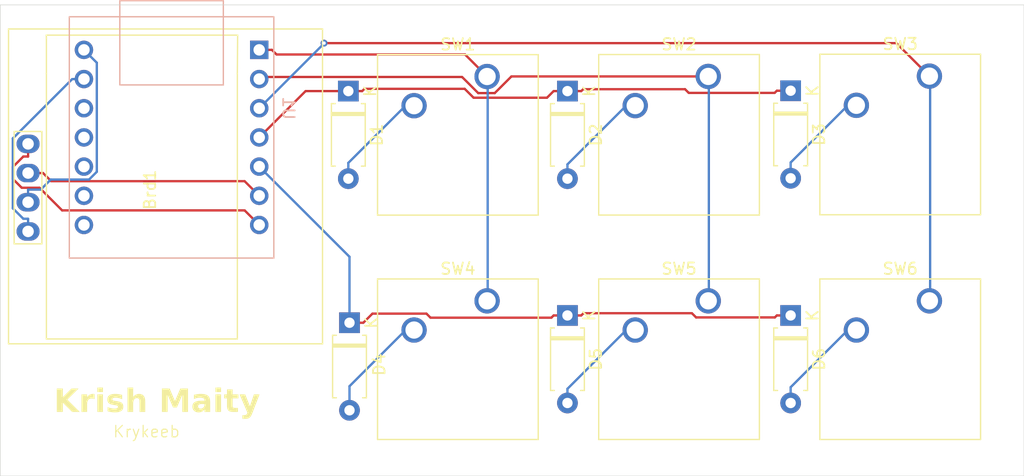
<source format=kicad_pcb>
(kicad_pcb (version 20240108) (generator "pcbnew") (generator_version "8.0")
  (layers (0 "F.Cu" signal) (31 "B.Cu" signal) (34 "B.Paste" user) (35 "F.Paste" user) (36 "B.SilkS" user "B.Silkscreen") (37 "F.SilkS" user "F.Silkscreen") (38 "B.Mask" user) (39 "F.Mask" user) (44 "Edge.Cuts" user))
  (net 0 "")
  (net 1 "SCL")
  (net 2 "GND")
  (net 3 "VCC")
  (net 4 "SDA")
  (net 5 "Net-(D1-A)")
  (net 6 "ROW1")
  (net 7 "Net-(D2-A)")
  (net 8 "Net-(D3-A)")
  (net 9 "ROW2")
  (net 10 "Net-(D4-A)")
  (net 11 "Net-(D5-A)")
  (net 12 "COL1")
  (net 13 "COL2")
  (net 14 "COL3")
  (net 20 "Net-(D6-A)")
  (footprint "Diode_THT:D_A-405_P7.62mm_Horizontal" (layer "F.Cu") (at 104.8766 101.981 -90)
    (property "Reference" "D4" (at 3.6386 -2.5901 90) (layer "F.SilkS"))
    (property "Value" "1N4148W")
    (fp_line (start 1.09 1.47) (end 6.53 1.47) (stroke (width 0.12)) (layer "F.SilkS"))
    (fp_line (start 6.53 1.47) (end 6.53 1.14) (stroke (width 0.12)) (layer "F.SilkS"))
    (fp_line (start 1.09 1.14) (end 1.09 1.47) (stroke (width 0.12)) (layer "F.SilkS"))
    (fp_line (start 1.09 -1.14) (end 1.09 -1.47) (stroke (width 0.12)) (layer "F.SilkS"))
    (fp_line (start 1.09 -1.47) (end 6.53 -1.47) (stroke (width 0.12)) (layer "F.SilkS"))
    (fp_line (start 1.87 -1.47) (end 1.87 1.47) (stroke (width 0.12)) (layer "F.SilkS"))
    (fp_line (start 1.99 -1.47) (end 1.99 1.47) (stroke (width 0.12)) (layer "F.SilkS"))
    (fp_line (start 2.11 -1.47) (end 2.11 1.47) (stroke (width 0.12)) (layer "F.SilkS"))
    (fp_line (start 6.53 -1.47) (end 6.53 -1.14) (stroke (width 0.12)) (layer "F.SilkS"))
    (fp_text user "K" (at 0 -1.9 90) (layer "F.SilkS"))
    (pad "1" thru_hole rect (at 0 0 270) (size 1.8 1.8) (drill 0.9) (layers "*.Cu" "*.Mask") (net 9 "ROW2"))
    (pad "2" thru_hole oval (at 7.62 0 270) (size 1.8 1.8) (drill 0.9) (layers "*.Cu" "*.Mask") (net 10 "Net-(D4-A)"))
  )
  (footprint "Diode_THT:D_A-405_P7.62mm_Horizontal" (layer "F.Cu") (at 123.825 81.8208 -90)
    (property "Reference" "D2" (at 3.81 -2.47 90) (layer "F.SilkS"))
    (property "Value" "1N4148W")
    (fp_line (start 1.09 1.47) (end 6.53 1.47) (stroke (width 0.12)) (layer "F.SilkS"))
    (fp_line (start 6.53 1.47) (end 6.53 1.14) (stroke (width 0.12)) (layer "F.SilkS"))
    (fp_line (start 1.09 1.14) (end 1.09 1.47) (stroke (width 0.12)) (layer "F.SilkS"))
    (fp_line (start 1.09 -1.14) (end 1.09 -1.47) (stroke (width 0.12)) (layer "F.SilkS"))
    (fp_line (start 1.09 -1.47) (end 6.53 -1.47) (stroke (width 0.12)) (layer "F.SilkS"))
    (fp_line (start 1.87 -1.47) (end 1.87 1.47) (stroke (width 0.12)) (layer "F.SilkS"))
    (fp_line (start 1.99 -1.47) (end 1.99 1.47) (stroke (width 0.12)) (layer "F.SilkS"))
    (fp_line (start 2.11 -1.47) (end 2.11 1.47) (stroke (width 0.12)) (layer "F.SilkS"))
    (fp_line (start 6.53 -1.47) (end 6.53 -1.14) (stroke (width 0.12)) (layer "F.SilkS"))
    (fp_text user "K" (at 0 -1.9 90) (layer "F.SilkS"))
    (pad "1" thru_hole rect (at 0 0 270) (size 1.8 1.8) (drill 0.9) (layers "*.Cu" "*.Mask") (net 6 "ROW1"))
    (pad "2" thru_hole oval (at 7.62 0 270) (size 1.8 1.8) (drill 0.9) (layers "*.Cu" "*.Mask") (net 7 "Net-(D2-A)"))
  )
  (footprint "Diode_THT:D_A-405_P7.62mm_Horizontal" (layer "F.Cu") (at 143.2306 101.346 -90)
    (property "Reference" "D6" (at 3.81 -2.47 90) (layer "F.SilkS"))
    (property "Value" "1N4148W")
    (fp_line (start 1.09 1.47) (end 6.53 1.47) (stroke (width 0.12)) (layer "F.SilkS"))
    (fp_line (start 6.53 1.47) (end 6.53 1.14) (stroke (width 0.12)) (layer "F.SilkS"))
    (fp_line (start 1.09 1.14) (end 1.09 1.47) (stroke (width 0.12)) (layer "F.SilkS"))
    (fp_line (start 1.09 -1.14) (end 1.09 -1.47) (stroke (width 0.12)) (layer "F.SilkS"))
    (fp_line (start 1.09 -1.47) (end 6.53 -1.47) (stroke (width 0.12)) (layer "F.SilkS"))
    (fp_line (start 1.87 -1.47) (end 1.87 1.47) (stroke (width 0.12)) (layer "F.SilkS"))
    (fp_line (start 1.99 -1.47) (end 1.99 1.47) (stroke (width 0.12)) (layer "F.SilkS"))
    (fp_line (start 2.11 -1.47) (end 2.11 1.47) (stroke (width 0.12)) (layer "F.SilkS"))
    (fp_line (start 6.53 -1.47) (end 6.53 -1.14) (stroke (width 0.12)) (layer "F.SilkS"))
    (fp_text user "K" (at 0 -1.9 90) (layer "F.SilkS"))
    (pad "1" thru_hole rect (at 0 0 270) (size 1.8 1.8) (drill 0.9) (layers "*.Cu" "*.Mask") (net 9 "ROW2"))
    (pad "2" thru_hole oval (at 7.62 0 270) (size 1.8 1.8) (drill 0.9) (layers "*.Cu" "*.Mask") (net 20 "Net-(D6-A)"))
  )
  (footprint "Button_Switch_Keyboard:SW_Cherry_MX_1.00u_PCB" (layer "F.Cu") (at 136.0678 80.5434)
    (property "Reference" "SW2" (at -2.54 -2.794 0) (layer "F.SilkS"))
    (property "Value" "SW_Push")
    (fp_line (start -9.525 -1.905) (end 4.445 -1.905) (stroke (width 0.12)) (layer "F.SilkS"))
    (fp_line (start -9.525 12.065) (end -9.525 -1.905) (stroke (width 0.12)) (layer "F.SilkS"))
    (fp_line (start 4.445 -1.905) (end 4.445 12.065) (stroke (width 0.12)) (layer "F.SilkS"))
    (fp_line (start 4.445 12.065) (end -9.525 12.065) (stroke (width 0.12)) (layer "F.SilkS"))
    (pad "" np_thru_hole circle (at -7.62 5.08) (size 1.7 1.7) (drill 1.7) (layers "*.Cu" "*.Mask"))
    (pad "" np_thru_hole circle (at -2.54 5.08) (size 4 4) (drill 4) (layers "*.Cu" "*.Mask"))
    (pad "" np_thru_hole circle (at 2.54 5.08) (size 1.7 1.7) (drill 1.7) (layers "*.Cu" "*.Mask"))
    (pad "1" thru_hole circle (at 0 0) (size 2.2 2.2) (drill 1.5) (layers "*.Cu" "*.Mask") (net 13 "COL2"))
    (pad "2" thru_hole circle (at -6.35 2.54) (size 2.2 2.2) (drill 1.5) (layers "*.Cu" "*.Mask") (net 7 "Net-(D2-A)"))
  )
  (footprint "Button_Switch_Keyboard:SW_Cherry_MX_1.00u_PCB" (layer "F.Cu") (at 116.84 100.076)
    (property "Reference" "SW4" (at -2.54 -2.794 0) (layer "F.SilkS"))
    (property "Value" "SW_Push")
    (fp_line (start -9.525 -1.905) (end 4.445 -1.905) (stroke (width 0.12)) (layer "F.SilkS"))
    (fp_line (start -9.525 12.065) (end -9.525 -1.905) (stroke (width 0.12)) (layer "F.SilkS"))
    (fp_line (start 4.445 -1.905) (end 4.445 12.065) (stroke (width 0.12)) (layer "F.SilkS"))
    (fp_line (start 4.445 12.065) (end -9.525 12.065) (stroke (width 0.12)) (layer "F.SilkS"))
    (pad "" np_thru_hole circle (at -7.62 5.08) (size 1.7 1.7) (drill 1.7) (layers "*.Cu" "*.Mask"))
    (pad "" np_thru_hole circle (at -2.54 5.08) (size 4 4) (drill 4) (layers "*.Cu" "*.Mask"))
    (pad "" np_thru_hole circle (at 2.54 5.08) (size 1.7 1.7) (drill 1.7) (layers "*.Cu" "*.Mask"))
    (pad "1" thru_hole circle (at 0 0) (size 2.2 2.2) (drill 1.5) (layers "*.Cu" "*.Mask") (net 12 "COL1"))
    (pad "2" thru_hole circle (at -6.35 2.54) (size 2.2 2.2) (drill 1.5) (layers "*.Cu" "*.Mask") (net 10 "Net-(D4-A)"))
  )
  (footprint "Button_Switch_Keyboard:SW_Cherry_MX_1.00u_PCB" (layer "F.Cu") (at 136.0678 100.076)
    (property "Reference" "SW5" (at -2.54 -2.794 0) (layer "F.SilkS"))
    (property "Value" "SW_Push")
    (fp_line (start -9.525 -1.905) (end 4.445 -1.905) (stroke (width 0.12)) (layer "F.SilkS"))
    (fp_line (start -9.525 12.065) (end -9.525 -1.905) (stroke (width 0.12)) (layer "F.SilkS"))
    (fp_line (start 4.445 -1.905) (end 4.445 12.065) (stroke (width 0.12)) (layer "F.SilkS"))
    (fp_line (start 4.445 12.065) (end -9.525 12.065) (stroke (width 0.12)) (layer "F.SilkS"))
    (pad "" np_thru_hole circle (at -7.62 5.08) (size 1.7 1.7) (drill 1.7) (layers "*.Cu" "*.Mask"))
    (pad "" np_thru_hole circle (at -2.54 5.08) (size 4 4) (drill 4) (layers "*.Cu" "*.Mask"))
    (pad "" np_thru_hole circle (at 2.54 5.08) (size 1.7 1.7) (drill 1.7) (layers "*.Cu" "*.Mask"))
    (pad "1" thru_hole circle (at 0 0) (size 2.2 2.2) (drill 1.5) (layers "*.Cu" "*.Mask") (net 13 "COL2"))
    (pad "2" thru_hole circle (at -6.35 2.54) (size 2.2 2.2) (drill 1.5) (layers "*.Cu" "*.Mask") (net 11 "Net-(D5-A)"))
  )
  (footprint "Diode_THT:D_A-405_P7.62mm_Horizontal" (layer "F.Cu") (at 104.775 81.8208 -90)
    (property "Reference" "D1" (at 3.81 -2.47 90) (layer "F.SilkS"))
    (property "Value" "1N4148W")
    (fp_line (start 1.09 1.47) (end 6.53 1.47) (stroke (width 0.12)) (layer "F.SilkS"))
    (fp_line (start 6.53 1.47) (end 6.53 1.14) (stroke (width 0.12)) (layer "F.SilkS"))
    (fp_line (start 1.09 1.14) (end 1.09 1.47) (stroke (width 0.12)) (layer "F.SilkS"))
    (fp_line (start 1.09 -1.14) (end 1.09 -1.47) (stroke (width 0.12)) (layer "F.SilkS"))
    (fp_line (start 1.09 -1.47) (end 6.53 -1.47) (stroke (width 0.12)) (layer "F.SilkS"))
    (fp_line (start 1.87 -1.47) (end 1.87 1.47) (stroke (width 0.12)) (layer "F.SilkS"))
    (fp_line (start 1.99 -1.47) (end 1.99 1.47) (stroke (width 0.12)) (layer "F.SilkS"))
    (fp_line (start 2.11 -1.47) (end 2.11 1.47) (stroke (width 0.12)) (layer "F.SilkS"))
    (fp_line (start 6.53 -1.47) (end 6.53 -1.14) (stroke (width 0.12)) (layer "F.SilkS"))
    (fp_text user "K" (at 0 -1.9 90) (layer "F.SilkS"))
    (pad "1" thru_hole rect (at 0 0 270) (size 1.8 1.8) (drill 0.9) (layers "*.Cu" "*.Mask") (net 6 "ROW1"))
    (pad "2" thru_hole oval (at 7.62 0 270) (size 1.8 1.8) (drill 0.9) (layers "*.Cu" "*.Mask") (net 5 "Net-(D1-A)"))
  )
  (footprint "Button_Switch_Keyboard:SW_Cherry_MX_1.00u_PCB" (layer "F.Cu") (at 155.2956 100.076)
    (property "Reference" "SW6" (at -2.54 -2.794 0) (layer "F.SilkS"))
    (property "Value" "SW_Push")
    (fp_line (start -9.525 -1.905) (end 4.445 -1.905) (stroke (width 0.12)) (layer "F.SilkS"))
    (fp_line (start -9.525 12.065) (end -9.525 -1.905) (stroke (width 0.12)) (layer "F.SilkS"))
    (fp_line (start 4.445 -1.905) (end 4.445 12.065) (stroke (width 0.12)) (layer "F.SilkS"))
    (fp_line (start 4.445 12.065) (end -9.525 12.065) (stroke (width 0.12)) (layer "F.SilkS"))
    (pad "" np_thru_hole circle (at -7.62 5.08) (size 1.7 1.7) (drill 1.7) (layers "*.Cu" "*.Mask"))
    (pad "" np_thru_hole circle (at -2.54 5.08) (size 4 4) (drill 4) (layers "*.Cu" "*.Mask"))
    (pad "" np_thru_hole circle (at 2.54 5.08) (size 1.7 1.7) (drill 1.7) (layers "*.Cu" "*.Mask"))
    (pad "1" thru_hole circle (at 0 0) (size 2.2 2.2) (drill 1.5) (layers "*.Cu" "*.Mask") (net 14 "COL3"))
    (pad "2" thru_hole circle (at -6.35 2.54) (size 2.2 2.2) (drill 1.5) (layers "*.Cu" "*.Mask") (net 20 "Net-(D6-A)"))
  )
  (footprint "SSD1306:128x64OLED" (layer "F.Cu") (at 87.5316 90.4134 90)
    (property "Reference" "Brd1" (at 0 0 90) (layer "F.SilkS"))
    (property "Value" "SSD1306")
    (fp_line (start 14 -12.3) (end 14 15) (stroke (width 0.12)) (layer "F.SilkS"))
    (fp_line (start -13.4 -12.3) (end 14 -12.3) (stroke (width 0.12)) (layer "F.SilkS"))
    (fp_line (start 5.08 -11.811) (end 5.08 -9.398) (stroke (width 0.12)) (layer "F.SilkS"))
    (fp_line (start -4.699 -11.811) (end 5.08 -11.811) (stroke (width 0.12)) (layer "F.SilkS"))
    (fp_line (start -4.699 -11.811) (end -4.699 -9.398) (stroke (width 0.12)) (layer "F.SilkS"))
    (fp_line (start 5.08 -9.398) (end -4.699 -9.398) (stroke (width 0.12)) (layer "F.SilkS"))
    (fp_line (start 13.462 -9.017) (end 13.208 -9.005) (stroke (width 0.12)) (layer "F.SilkS"))
    (fp_line (start 10.122 -9.005) (end 13.208 -9.005) (stroke (width 0.12)) (layer "F.SilkS"))
    (fp_line (start -12.978 -9.005) (end 10.122 -9.005) (stroke (width 0.12)) (layer "F.SilkS"))
    (fp_line (start 10.122 7.595) (end -12.978 7.595) (stroke (width 0.12)) (layer "F.SilkS"))
    (fp_line (start 10.122 7.595) (end 13.462 7.62) (stroke (width 0.12)) (layer "F.SilkS"))
    (fp_line (start -12.978 7.595) (end -12.978 -9.005) (stroke (width 0.12)) (layer "F.SilkS"))
    (fp_line (start 13.462 7.62) (end 13.462 -9.017) (stroke (width 0.12)) (layer "F.SilkS"))
    (fp_line (start 14 15) (end -13.4 15) (stroke (width 0.12)) (layer "F.SilkS"))
    (fp_line (start -13.4 15) (end -13.4 -12.3) (stroke (width 0.12)) (layer "F.SilkS"))
    (pad "1" thru_hole oval (at -3.62 -10.6 180) (size 2 1.6) (drill 1) (layers "*.Cu" "*.Mask") (net 2 "GND"))
    (pad "2" thru_hole oval (at -1.08 -10.6 180) (size 2 1.6) (drill 1) (layers "*.Cu" "*.Mask") (net 3 "VCC"))
    (pad "3" thru_hole oval (at 1.46 -10.6 180) (size 2 1.6) (drill 1) (layers "*.Cu" "*.Mask") (net 1 "SCL"))
    (pad "4" thru_hole oval (at 4 -10.6 180) (size 2 1.6) (drill 1) (layers "*.Cu" "*.Mask") (net 4 "SDA"))
  )
  (footprint "Button_Switch_Keyboard:SW_Cherry_MX_1.00u_PCB" (layer "F.Cu") (at 155.2956 80.518)
    (property "Reference" "SW3" (at -2.54 -2.794 0) (layer "F.SilkS"))
    (property "Value" "SW_Push")
    (fp_line (start -9.525 -1.905) (end 4.445 -1.905) (stroke (width 0.12)) (layer "F.SilkS"))
    (fp_line (start -9.525 12.065) (end -9.525 -1.905) (stroke (width 0.12)) (layer "F.SilkS"))
    (fp_line (start 4.445 -1.905) (end 4.445 12.065) (stroke (width 0.12)) (layer "F.SilkS"))
    (fp_line (start 4.445 12.065) (end -9.525 12.065) (stroke (width 0.12)) (layer "F.SilkS"))
    (pad "" np_thru_hole circle (at -7.62 5.08) (size 1.7 1.7) (drill 1.7) (layers "*.Cu" "*.Mask"))
    (pad "" np_thru_hole circle (at -2.54 5.08) (size 4 4) (drill 4) (layers "*.Cu" "*.Mask"))
    (pad "" np_thru_hole circle (at 2.54 5.08) (size 1.7 1.7) (drill 1.7) (layers "*.Cu" "*.Mask"))
    (pad "1" thru_hole circle (at 0 0) (size 2.2 2.2) (drill 1.5) (layers "*.Cu" "*.Mask") (net 14 "COL3"))
    (pad "2" thru_hole circle (at -6.35 2.54) (size 2.2 2.2) (drill 1.5) (layers "*.Cu" "*.Mask") (net 8 "Net-(D3-A)"))
  )
  (footprint "Diode_THT:D_A-405_P7.62mm_Horizontal" (layer "F.Cu") (at 143.2306 81.788 -90)
    (property "Reference" "D3" (at 3.81 -2.47 90) (layer "F.SilkS"))
    (property "Value" "1N4148W")
    (fp_line (start 1.09 1.47) (end 6.53 1.47) (stroke (width 0.12)) (layer "F.SilkS"))
    (fp_line (start 6.53 1.47) (end 6.53 1.14) (stroke (width 0.12)) (layer "F.SilkS"))
    (fp_line (start 1.09 1.14) (end 1.09 1.47) (stroke (width 0.12)) (layer "F.SilkS"))
    (fp_line (start 1.09 -1.14) (end 1.09 -1.47) (stroke (width 0.12)) (layer "F.SilkS"))
    (fp_line (start 1.09 -1.47) (end 6.53 -1.47) (stroke (width 0.12)) (layer "F.SilkS"))
    (fp_line (start 1.87 -1.47) (end 1.87 1.47) (stroke (width 0.12)) (layer "F.SilkS"))
    (fp_line (start 1.99 -1.47) (end 1.99 1.47) (stroke (width 0.12)) (layer "F.SilkS"))
    (fp_line (start 2.11 -1.47) (end 2.11 1.47) (stroke (width 0.12)) (layer "F.SilkS"))
    (fp_line (start 6.53 -1.47) (end 6.53 -1.14) (stroke (width 0.12)) (layer "F.SilkS"))
    (fp_text user "K" (at 0 -1.9 90) (layer "F.SilkS"))
    (pad "1" thru_hole rect (at 0 0 270) (size 1.8 1.8) (drill 0.9) (layers "*.Cu" "*.Mask") (net 6 "ROW1"))
    (pad "2" thru_hole oval (at 7.62 0 270) (size 1.8 1.8) (drill 0.9) (layers "*.Cu" "*.Mask") (net 8 "Net-(D3-A)"))
  )
  (footprint "Diode_THT:D_A-405_P7.62mm_Horizontal" (layer "F.Cu") (at 123.825 101.346 -90)
    (property "Reference" "D5" (at 3.81 -2.47 90) (layer "F.SilkS"))
    (property "Value" "1N4148W")
    (fp_line (start 1.09 1.47) (end 6.53 1.47) (stroke (width 0.12)) (layer "F.SilkS"))
    (fp_line (start 6.53 1.47) (end 6.53 1.14) (stroke (width 0.12)) (layer "F.SilkS"))
    (fp_line (start 1.09 1.14) (end 1.09 1.47) (stroke (width 0.12)) (layer "F.SilkS"))
    (fp_line (start 1.09 -1.14) (end 1.09 -1.47) (stroke (width 0.12)) (layer "F.SilkS"))
    (fp_line (start 1.09 -1.47) (end 6.53 -1.47) (stroke (width 0.12)) (layer "F.SilkS"))
    (fp_line (start 1.87 -1.47) (end 1.87 1.47) (stroke (width 0.12)) (layer "F.SilkS"))
    (fp_line (start 1.99 -1.47) (end 1.99 1.47) (stroke (width 0.12)) (layer "F.SilkS"))
    (fp_line (start 2.11 -1.47) (end 2.11 1.47) (stroke (width 0.12)) (layer "F.SilkS"))
    (fp_line (start 6.53 -1.47) (end 6.53 -1.14) (stroke (width 0.12)) (layer "F.SilkS"))
    (fp_text user "K" (at 0 -1.9 90) (layer "F.SilkS"))
    (pad "1" thru_hole rect (at 0 0 270) (size 1.8 1.8) (drill 0.9) (layers "*.Cu" "*.Mask") (net 9 "ROW2"))
    (pad "2" thru_hole oval (at 7.62 0 270) (size 1.8 1.8) (drill 0.9) (layers "*.Cu" "*.Mask") (net 11 "Net-(D5-A)"))
  )
  (footprint "Button_Switch_Keyboard:SW_Cherry_MX_1.00u_PCB" (layer "F.Cu") (at 116.84 80.5508)
    (property "Reference" "SW1" (at -2.54 -2.794 0) (layer "F.SilkS"))
    (property "Value" "SW_Push")
    (fp_line (start -9.525 -1.905) (end 4.445 -1.905) (stroke (width 0.12)) (layer "F.SilkS"))
    (fp_line (start -9.525 12.065) (end -9.525 -1.905) (stroke (width 0.12)) (layer "F.SilkS"))
    (fp_line (start 4.445 -1.905) (end 4.445 12.065) (stroke (width 0.12)) (layer "F.SilkS"))
    (fp_line (start 4.445 12.065) (end -9.525 12.065) (stroke (width 0.12)) (layer "F.SilkS"))
    (pad "" np_thru_hole circle (at -7.62 5.08) (size 1.7 1.7) (drill 1.7) (layers "*.Cu" "*.Mask"))
    (pad "" np_thru_hole circle (at -2.54 5.08) (size 4 4) (drill 4) (layers "*.Cu" "*.Mask"))
    (pad "" np_thru_hole circle (at 2.54 5.08) (size 1.7 1.7) (drill 1.7) (layers "*.Cu" "*.Mask"))
    (pad "1" thru_hole circle (at 0 0) (size 2.2 2.2) (drill 1.5) (layers "*.Cu" "*.Mask") (net 12 "COL1"))
    (pad "2" thru_hole circle (at -6.35 2.54) (size 2.2 2.2) (drill 1.5) (layers "*.Cu" "*.Mask") (net 5 "Net-(D1-A)"))
  )
  (footprint "XIAO_PCB:MOUDLE14P-2.54-21X17.8MM" (layer "B.Cu") (at 89.408 85.852 90)
    (property "Reference" "U1" (at 2.54 10.16 -90) (layer "B.SilkS") (effects (justify mirror)))
    (property "Value" "XIAO-RP2040-SMD")
    (fp_rect (start 4.57 4.5) (end 11.9 -4.5) (stroke (width 0.12)) (fill none) (layer "B.SilkS"))
    (fp_rect (start -10.5 8.89) (end 10.5 -8.89) (stroke (width 0.12)) (fill none) (layer "B.SilkS"))
    (pad "1" thru_hole rect (at 7.62 7.62 90) (size 1.6 1.6) (drill 1) (layers "*.Cu" "*.Mask") (net 12 "COL1"))
    (pad "2" thru_hole circle (at 5.08 7.62 90) (size 1.6 1.6) (drill 1) (layers "*.Cu" "*.Mask") (net 13 "COL2"))
    (pad "3" thru_hole circle (at 2.54 7.62 90) (size 1.6 1.6) (drill 1) (layers "*.Cu" "*.Mask") (net 14 "COL3"))
    (pad "4" thru_hole circle (at 0 7.62 90) (size 1.6 1.6) (drill 1) (layers "*.Cu" "*.Mask") (net 6 "ROW1"))
    (pad "5" thru_hole circle (at -2.54 7.62 90) (size 1.6 1.6) (drill 1) (layers "*.Cu" "*.Mask") (net 9 "ROW2"))
    (pad "6" thru_hole circle (at -5.08 7.62 90) (size 1.6 1.6) (drill 1) (layers "*.Cu" "*.Mask") (net 1 "SCL"))
    (pad "7" thru_hole circle (at -7.62 7.62 90) (size 1.6 1.6) (drill 1) (layers "*.Cu" "*.Mask") (net 4 "SDA"))
    (pad "8" thru_hole circle (at -7.62 -7.62 90) (size 1.6 1.6) (drill 1) (layers "*.Cu" "*.Mask"))
    (pad "9" thru_hole circle (at -5.08 -7.62 90) (size 1.6 1.6) (drill 1) (layers "*.Cu" "*.Mask"))
    (pad "10" thru_hole circle (at -2.54 -7.62 90) (size 1.6 1.6) (drill 1) (layers "*.Cu" "*.Mask"))
    (pad "11" thru_hole circle (at 0 -7.62 90) (size 1.6 1.6) (drill 1) (layers "*.Cu" "*.Mask"))
    (pad "12" thru_hole circle (at 2.54 -7.62 90) (size 1.6 1.6) (drill 1) (layers "*.Cu" "*.Mask"))
    (pad "13" thru_hole circle (at 5.08 -7.62 90) (size 1.6 1.6) (drill 1) (layers "*.Cu" "*.Mask") (net 2 "GND"))
    (pad "14" thru_hole circle (at 7.62 -7.62 90) (size 1.6 1.6) (drill 1) (layers "*.Cu" "*.Mask") (net 3 "VCC"))
  )
  (gr_rect (start 74.516 74.316) (end 163.516 115.316) (stroke (width 0.05)) (fill none) (layer "Edge.Cuts"))
  (gr_text "Krish Maity" (at 79.1718 110.0836 0) (layer "F.SilkS") (effects (font (size 2 2) (thickness 0.1)) (justify left bottom)))
  (gr_text "Krykeeb" (at 84.2518 112.0394 0) (layer "F.SilkS") (effects (font (size 1 1) (thickness 0.1)) (justify left bottom)))
  (segment (start 78.9419 89.662) (end 78.2333 88.9534) (width 0.2) (layer "F.Cu") (net 1))
  (segment (start 97.028 90.932) (end 95.758 89.662) (width 0.2) (layer "F.Cu") (net 1))
  (segment (start 95.758 89.662) (end 78.9419 89.662) (width 0.2) (layer "F.Cu") (net 1))
  (segment (start 76.9316 88.9534) (end 78.2333 88.9534) (width 0.2) (layer "F.Cu") (net 1))
  (segment (start 75.606 85.9391) (end 80.7731 80.772) (width 0.2) (layer "B.Cu") (net 2))
  (segment (start 75.606 92.0192) (end 75.606 85.9391) (width 0.2) (layer "B.Cu") (net 2))
  (segment (start 76.9316 92.9317) (end 76.5185 92.9317) (width 0.2) (layer "B.Cu") (net 2))
  (segment (start 80.7731 80.772) (end 81.788 80.772) (width 0.2) (layer "B.Cu") (net 2))
  (segment (start 76.9316 94.0334) (end 76.9316 92.9317) (width 0.2) (layer "B.Cu") (net 2))
  (segment (start 76.5185 92.9317) (end 75.606 92.0192) (width 0.2) (layer "B.Cu") (net 2))
  (segment (start 78.9046 89.5204) (end 78.0333 90.3917) (width 0.2) (layer "B.Cu") (net 3))
  (segment (start 78.0333 90.3917) (end 76.9316 90.3917) (width 0.2) (layer "B.Cu") (net 3))
  (segment (start 82.2318 89.5204) (end 78.9046 89.5204) (width 0.2) (layer "B.Cu") (net 3))
  (segment (start 82.9073 79.3513) (end 82.9073 88.8449) (width 0.2) (layer "B.Cu") (net 3))
  (segment (start 76.9316 91.4934) (end 76.9316 90.3917) (width 0.2) (layer "B.Cu") (net 3))
  (segment (start 82.9073 88.8449) (end 82.2318 89.5204) (width 0.2) (layer "B.Cu") (net 3))
  (segment (start 81.788 78.232) (end 82.9073 79.3513) (width 0.2) (layer "B.Cu") (net 3))
  (segment (start 79.8933 92.202) (end 95.758 92.202) (width 0.2) (layer "F.Cu") (net 4))
  (segment (start 77.9235 90.2322) (end 79.8933 92.202) (width 0.2) (layer "F.Cu") (net 4))
  (segment (start 76.5185 87.5151) (end 75.6145 88.4191) (width 0.2) (layer "F.Cu") (net 4))
  (segment (start 76.3789 90.2322) (end 77.9235 90.2322) (width 0.2) (layer "F.Cu") (net 4))
  (segment (start 95.758 92.202) (end 97.028 93.472) (width 0.2) (layer "F.Cu") (net 4))
  (segment (start 76.9316 86.4134) (end 76.9316 87.5151) (width 0.2) (layer "F.Cu") (net 4))
  (segment (start 75.6145 89.4678) (end 76.3789 90.2322) (width 0.2) (layer "F.Cu") (net 4))
  (segment (start 76.9316 87.5151) (end 76.5185 87.5151) (width 0.2) (layer "F.Cu") (net 4))
  (segment (start 75.6145 88.4191) (end 75.6145 89.4678) (width 0.2) (layer "F.Cu") (net 4))
  (segment (start 104.775 88.0675) (end 109.7517 83.0908) (width 0.2) (layer "B.Cu") (net 5))
  (segment (start 104.775 89.4408) (end 104.775 88.0675) (width 0.2) (layer "B.Cu") (net 5))
  (segment (start 109.7517 83.0908) (end 110.49 83.0908) (width 0.2) (layer "B.Cu") (net 5))
  (segment (start 105.9767 81.8208) (end 106.1758 81.6217) (width 0.2) (layer "F.Cu") (net 6))
  (segment (start 141.8421 81.9748) (end 142.0289 81.788) (width 0.2) (layer "F.Cu") (net 6))
  (segment (start 97.028 85.852) (end 101.0592 81.8208) (width 0.2) (layer "F.Cu") (net 6))
  (segment (start 134.0508 81.6568) (end 134.3688 81.9748) (width 0.2) (layer "F.Cu") (net 6))
  (segment (start 123.825 81.8208) (end 125.0267 81.8208) (width 0.2) (layer "F.Cu") (net 6))
  (segment (start 125.0267 81.8208) (end 125.1907 81.6568) (width 0.2) (layer "F.Cu") (net 6))
  (segment (start 134.3688 81.9748) (end 141.8421 81.9748) (width 0.2) (layer "F.Cu") (net 6))
  (segment (start 114.8906 81.6217) (end 115.6639 82.395) (width 0.2) (layer "F.Cu") (net 6))
  (segment (start 101.0592 81.8208) (end 104.775 81.8208) (width 0.2) (layer "F.Cu") (net 6))
  (segment (start 143.2306 81.788) (end 142.0289 81.788) (width 0.2) (layer "F.Cu") (net 6))
  (segment (start 115.6639 82.395) (end 122.0491 82.395) (width 0.2) (layer "F.Cu") (net 6))
  (segment (start 104.775 81.8208) (end 105.9767 81.8208) (width 0.2) (layer "F.Cu") (net 6))
  (segment (start 123.825 81.8208) (end 122.6233 81.8208) (width 0.2) (layer "F.Cu") (net 6))
  (segment (start 122.0491 82.395) (end 122.6233 81.8208) (width 0.2) (layer "F.Cu") (net 6))
  (segment (start 125.1907 81.6568) (end 134.0508 81.6568) (width 0.2) (layer "F.Cu") (net 6))
  (segment (start 106.1758 81.6217) (end 114.8906 81.6217) (width 0.2) (layer "F.Cu") (net 6))
  (segment (start 123.825 89.4408) (end 123.825 88.199) (width 0.2) (layer "B.Cu") (net 7))
  (segment (start 123.825 88.199) (end 128.9406 83.0834) (width 0.2) (layer "B.Cu") (net 7))
  (segment (start 128.9406 83.0834) (end 129.7178 83.0834) (width 0.2) (layer "B.Cu") (net 7))
  (segment (start 148.2073 83.058) (end 148.9456 83.058) (width 0.2) (layer "B.Cu") (net 8))
  (segment (start 143.2306 88.0347) (end 148.2073 83.058) (width 0.2) (layer "B.Cu") (net 8))
  (segment (start 143.2306 89.408) (end 143.2306 88.0347) (width 0.2) (layer "B.Cu") (net 8))
  (segment (start 122.4286 101.5407) (end 111.9198 101.5407) (width 0.2) (layer "F.Cu") (net 9))
  (segment (start 134.6451 101.1529) (end 135.0107 101.5185) (width 0.2) (layer "F.Cu") (net 9))
  (segment (start 111.566 101.1869) (end 106.8724 101.1869) (width 0.2) (layer "F.Cu") (net 9))
  (segment (start 123.825 101.346) (end 122.6233 101.346) (width 0.2) (layer "F.Cu") (net 9))
  (segment (start 135.0107 101.5185) (end 141.8564 101.5185) (width 0.2) (layer "F.Cu") (net 9))
  (segment (start 104.8766 101.981) (end 106.0783 101.981) (width 0.2) (layer "F.Cu") (net 9))
  (segment (start 106.8724 101.1869) (end 106.0783 101.981) (width 0.2) (layer "F.Cu") (net 9))
  (segment (start 124.4259 101.346) (end 125.0267 101.346) (width 0.2) (layer "F.Cu") (net 9))
  (segment (start 141.8564 101.5185) (end 142.0289 101.346) (width 0.2) (layer "F.Cu") (net 9))
  (segment (start 143.2306 101.346) (end 142.0289 101.346) (width 0.2) (layer "F.Cu") (net 9))
  (segment (start 122.6233 101.346) (end 122.4286 101.5407) (width 0.2) (layer "F.Cu") (net 9))
  (segment (start 125.0267 101.346) (end 125.2198 101.1529) (width 0.2) (layer "F.Cu") (net 9))
  (segment (start 111.9198 101.5407) (end 111.566 101.1869) (width 0.2) (layer "F.Cu") (net 9))
  (segment (start 124.4259 101.346) (end 123.825 101.346) (width 0.2) (layer "F.Cu") (net 9))
  (segment (start 125.2198 101.1529) (end 134.6451 101.1529) (width 0.2) (layer "F.Cu") (net 9))
  (segment (start 104.8766 96.2406) (end 104.8766 101.981) (width 0.2) (layer "B.Cu") (net 9))
  (segment (start 97.028 88.392) (end 104.8766 96.2406) (width 0.2) (layer "B.Cu") (net 9))
  (segment (start 104.8766 109.601) (end 104.8766 107.5053) (width 0.2) (layer "B.Cu") (net 10))
  (segment (start 104.8766 107.5053) (end 109.7659 102.616) (width 0.2) (layer "B.Cu") (net 10))
  (segment (start 109.7659 102.616) (end 110.49 102.616) (width 0.2) (layer "B.Cu") (net 10))
  (segment (start 123.825 107.7316) (end 128.9406 102.616) (width 0.2) (layer "B.Cu") (net 11))
  (segment (start 128.9406 102.616) (end 129.7178 102.616) (width 0.2) (layer "B.Cu") (net 11))
  (segment (start 123.825 108.966) (end 123.825 107.7316) (width 0.2) (layer "B.Cu") (net 11))
  (segment (start 114.9229 78.6337) (end 116.84 80.5508) (width 0.2) (layer "F.Cu") (net 12))
  (segment (start 97.028 78.232) (end 98.1297 78.232) (width 0.2) (layer "F.Cu") (net 12))
  (segment (start 98.5314 78.6337) (end 114.9229 78.6337) (width 0.2) (layer "F.Cu") (net 12))
  (segment (start 98.1297 78.232) (end 98.5314 78.6337) (width 0.2) (layer "F.Cu") (net 12))
  (segment (start 116.84 80.5508) (end 116.8908 80.6016) (width 0.2) (layer "B.Cu") (net 12))
  (segment (start 116.8908 80.6016) (end 116.8908 100.0252) (width 0.2) (layer "B.Cu") (net 12))
  (segment (start 116.8908 100.0252) (end 116.84 100.076) (width 0.2) (layer "B.Cu") (net 12))
  (segment (start 117.5058 81.9933) (end 116.0657 81.9933) (width 0.2) (layer "F.Cu") (net 13))
  (segment (start 136.0678 80.5434) (end 118.9557 80.5434) (width 0.2) (layer "F.Cu") (net 13))
  (segment (start 116.0657 81.9933) (end 114.6644 80.592) (width 0.2) (layer "F.Cu") (net 13))
  (segment (start 114.6644 80.592) (end 97.208 80.592) (width 0.2) (layer "F.Cu") (net 13))
  (segment (start 118.9557 80.5434) (end 117.5058 81.9933) (width 0.2) (layer "F.Cu") (net 13))
  (segment (start 97.208 80.592) (end 97.028 80.772) (width 0.2) (layer "F.Cu") (net 13))
  (segment (start 136.1186 100.0252) (end 136.1186 80.5942) (width 0.2) (layer "B.Cu") (net 13))
  (segment (start 136.1186 80.5942) (end 136.0678 80.5434) (width 0.2) (layer "B.Cu") (net 13))
  (segment (start 136.0678 100.076) (end 136.1186 100.0252) (width 0.2) (layer "B.Cu") (net 13))
  (segment (start 152.4227 77.6451) (end 155.2956 80.518) (width 0.2) (layer "F.Cu") (net 14))
  (segment (start 102.6633 77.6451) (end 152.4227 77.6451) (width 0.2) (layer "F.Cu") (net 14))
  (via (at 102.6633 77.6451) (size 0.6) (drill 0.3) (layers "F.Cu" "B.Cu") (net 14))
  (segment (start 155.3567 100.0149) (end 155.2956 100.076) (width 0.2) (layer "B.Cu") (net 14))
  (segment (start 155.3567 80.5791) (end 155.3567 100.0149) (width 0.2) (layer "B.Cu") (net 14))
  (segment (start 155.2956 80.518) (end 155.3567 80.5791) (width 0.2) (layer "B.Cu") (net 14))
  (segment (start 97.028 83.312) (end 102.6633 77.6767) (width 0.2) (layer "B.Cu") (net 14))
  (segment (start 102.6633 77.6767) (end 102.6633 77.6451) (width 0.2) (layer "B.Cu") (net 14))
  (segment (start 143.2306 107.5927) (end 148.2073 102.616) (width 0.2) (layer "B.Cu") (net 20))
  (segment (start 143.2306 108.966) (end 143.2306 107.5927) (width 0.2) (layer "B.Cu") (net 20))
  (segment (start 148.2073 102.616) (end 148.9456 102.616) (width 0.2) (layer "B.Cu") (net 20))
)
</source>
